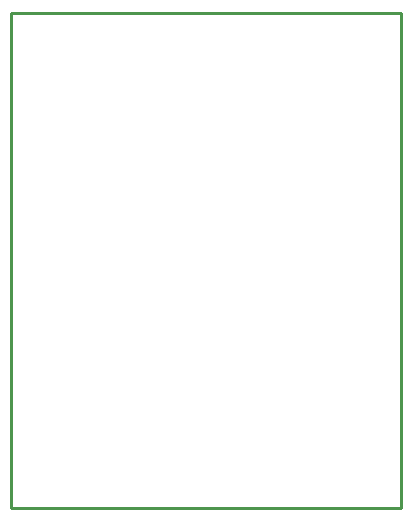
<source format=gbr>
%TF.GenerationSoftware,KiCad,Pcbnew,9.0.4*%
%TF.CreationDate,2025-09-10T14:26:53+01:00*%
%TF.ProjectId,MicroPython,4d696372-6f50-4797-9468-6f6e2e6b6963,rev?*%
%TF.SameCoordinates,Original*%
%TF.FileFunction,Profile,NP*%
%FSLAX46Y46*%
G04 Gerber Fmt 4.6, Leading zero omitted, Abs format (unit mm)*
G04 Created by KiCad (PCBNEW 9.0.4) date 2025-09-10 14:26:53*
%MOMM*%
%LPD*%
G01*
G04 APERTURE LIST*
%TA.AperFunction,Profile*%
%ADD10C,0.230000*%
%TD*%
G04 APERTURE END LIST*
D10*
X125730000Y-94232000D02*
X158750000Y-94232000D01*
X158750000Y-136142000D01*
X125730000Y-136142000D01*
X125730000Y-94232000D01*
M02*

</source>
